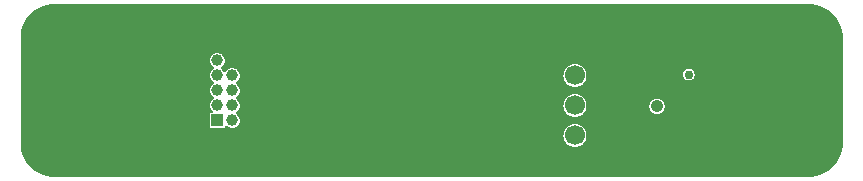
<source format=gbl>
G04*
G04 #@! TF.GenerationSoftware,Altium Limited,Altium Designer,22.10.1 (41)*
G04*
G04 Layer_Physical_Order=2*
G04 Layer_Color=16711680*
%FSLAX43Y43*%
%MOMM*%
G71*
G04*
G04 #@! TF.SameCoordinates,A06D47DE-3B52-4099-82B1-BC196321E02B*
G04*
G04*
G04 #@! TF.FilePolarity,Positive*
G04*
G01*
G75*
%ADD28C,7.400*%
%ADD29C,1.000*%
%ADD30R,1.000X1.000*%
%ADD31C,0.750*%
%ADD32C,1.050*%
%ADD33C,1.700*%
G04:AMPARAMS|DCode=34|XSize=1.7mm|YSize=1.7mm|CornerRadius=0.17mm|HoleSize=0mm|Usage=FLASHONLY|Rotation=180.000|XOffset=0mm|YOffset=0mm|HoleType=Round|Shape=RoundedRectangle|*
%AMROUNDEDRECTD34*
21,1,1.700,1.360,0,0,180.0*
21,1,1.360,1.700,0,0,180.0*
1,1,0.340,-0.680,0.680*
1,1,0.340,0.680,0.680*
1,1,0.340,0.680,-0.680*
1,1,0.340,-0.680,-0.680*
%
%ADD34ROUNDEDRECTD34*%
%ADD35C,0.600*%
G36*
X67547Y14748D02*
X67901Y14653D01*
X68239Y14513D01*
X68557Y14330D01*
X68848Y14107D01*
X69107Y13848D01*
X69330Y13557D01*
X69513Y13239D01*
X69653Y12901D01*
X69748Y12547D01*
X69796Y12183D01*
Y12000D01*
Y3000D01*
Y2817D01*
X69748Y2453D01*
X69653Y2099D01*
X69513Y1761D01*
X69330Y1443D01*
X69107Y1152D01*
X68848Y893D01*
X68557Y670D01*
X68239Y487D01*
X67901Y347D01*
X67547Y252D01*
X67183Y204D01*
X2817D01*
X2453Y252D01*
X2099Y347D01*
X1761Y487D01*
X1443Y670D01*
X1152Y893D01*
X893Y1152D01*
X670Y1443D01*
X487Y1761D01*
X347Y2099D01*
X252Y2453D01*
X204Y2817D01*
Y3000D01*
Y12000D01*
Y12183D01*
X252Y12547D01*
X347Y12901D01*
X487Y13239D01*
X670Y13557D01*
X893Y13848D01*
X1152Y14107D01*
X1443Y14330D01*
X1761Y14513D01*
X2099Y14653D01*
X2453Y14748D01*
X2817Y14796D01*
X67183D01*
X67547Y14748D01*
D02*
G37*
%LPC*%
G36*
X56802Y9344D02*
X56745D01*
X56690Y9337D01*
X56635Y9325D01*
X56582Y9306D01*
X56531Y9282D01*
X56484Y9252D01*
X56440Y9217D01*
X56400Y9177D01*
X56365Y9133D01*
X56335Y9086D01*
X56311Y9035D01*
X56292Y8982D01*
X56280Y8927D01*
X56273Y8872D01*
Y8815D01*
X56280Y8760D01*
X56292Y8705D01*
X56311Y8652D01*
X56335Y8601D01*
X56365Y8554D01*
X56400Y8510D01*
X56440Y8470D01*
X56484Y8435D01*
X56531Y8405D01*
X56582Y8381D01*
X56635Y8362D01*
X56690Y8350D01*
X56745Y8344D01*
X56802D01*
X56857Y8350D01*
X56912Y8362D01*
X56965Y8381D01*
X57016Y8405D01*
X57063Y8435D01*
X57107Y8470D01*
X57147Y8510D01*
X57182Y8554D01*
X57212Y8601D01*
X57236Y8652D01*
X57255Y8705D01*
X57267Y8760D01*
X57273Y8815D01*
Y8872D01*
X57267Y8927D01*
X57255Y8982D01*
X57236Y9035D01*
X57212Y9086D01*
X57182Y9133D01*
X57147Y9177D01*
X57107Y9217D01*
X57063Y9252D01*
X57016Y9282D01*
X56965Y9306D01*
X56912Y9325D01*
X56857Y9337D01*
X56802Y9344D01*
D02*
G37*
G36*
X47183Y9745D02*
X47097D01*
X47013Y9738D01*
X46929Y9723D01*
X46847Y9701D01*
X46767Y9672D01*
X46689Y9636D01*
X46616Y9593D01*
X46546Y9544D01*
X46481Y9490D01*
X46420Y9429D01*
X46366Y9364D01*
X46317Y9294D01*
X46274Y9221D01*
X46238Y9143D01*
X46209Y9063D01*
X46187Y8981D01*
X46172Y8897D01*
X46165Y8813D01*
Y8727D01*
X46172Y8643D01*
X46187Y8559D01*
X46209Y8477D01*
X46238Y8397D01*
X46274Y8319D01*
X46317Y8246D01*
X46366Y8176D01*
X46420Y8111D01*
X46481Y8050D01*
X46546Y7996D01*
X46616Y7947D01*
X46689Y7904D01*
X46767Y7868D01*
X46847Y7839D01*
X46929Y7817D01*
X47013Y7802D01*
X47097Y7795D01*
X47183D01*
X47267Y7802D01*
X47351Y7817D01*
X47433Y7839D01*
X47513Y7868D01*
X47591Y7904D01*
X47664Y7947D01*
X47734Y7996D01*
X47799Y8050D01*
X47860Y8111D01*
X47914Y8176D01*
X47963Y8246D01*
X48006Y8319D01*
X48042Y8397D01*
X48071Y8477D01*
X48093Y8559D01*
X48108Y8643D01*
X48115Y8727D01*
Y8813D01*
X48108Y8897D01*
X48093Y8981D01*
X48071Y9063D01*
X48042Y9143D01*
X48006Y9221D01*
X47963Y9294D01*
X47914Y9364D01*
X47860Y9429D01*
X47799Y9490D01*
X47734Y9544D01*
X47664Y9593D01*
X47591Y9636D01*
X47513Y9672D01*
X47433Y9701D01*
X47351Y9723D01*
X47267Y9738D01*
X47183Y9745D01*
D02*
G37*
G36*
X54118Y6806D02*
X54055D01*
X53991Y6800D01*
X53928Y6788D01*
X53867Y6769D01*
X53808Y6745D01*
X53752Y6715D01*
X53699Y6679D01*
X53649Y6639D01*
X53604Y6594D01*
X53564Y6544D01*
X53528Y6491D01*
X53498Y6435D01*
X53474Y6376D01*
X53455Y6315D01*
X53443Y6252D01*
X53437Y6188D01*
Y6125D01*
X53443Y6061D01*
X53455Y5998D01*
X53474Y5937D01*
X53498Y5878D01*
X53528Y5822D01*
X53564Y5769D01*
X53604Y5719D01*
X53649Y5674D01*
X53699Y5634D01*
X53752Y5598D01*
X53808Y5568D01*
X53867Y5544D01*
X53928Y5525D01*
X53991Y5513D01*
X54055Y5506D01*
X54118D01*
X54182Y5513D01*
X54245Y5525D01*
X54306Y5544D01*
X54365Y5568D01*
X54421Y5598D01*
X54474Y5634D01*
X54524Y5674D01*
X54569Y5719D01*
X54609Y5769D01*
X54645Y5822D01*
X54675Y5878D01*
X54699Y5937D01*
X54718Y5998D01*
X54730Y6061D01*
X54736Y6125D01*
Y6188D01*
X54730Y6252D01*
X54718Y6315D01*
X54699Y6376D01*
X54675Y6435D01*
X54645Y6491D01*
X54609Y6544D01*
X54569Y6594D01*
X54524Y6639D01*
X54474Y6679D01*
X54421Y6715D01*
X54365Y6745D01*
X54306Y6769D01*
X54245Y6788D01*
X54182Y6800D01*
X54118Y6806D01*
D02*
G37*
G36*
X47183Y7205D02*
X47097D01*
X47013Y7198D01*
X46929Y7183D01*
X46847Y7161D01*
X46767Y7132D01*
X46689Y7096D01*
X46616Y7053D01*
X46546Y7004D01*
X46481Y6950D01*
X46420Y6889D01*
X46366Y6824D01*
X46317Y6754D01*
X46274Y6681D01*
X46238Y6603D01*
X46209Y6523D01*
X46187Y6441D01*
X46172Y6357D01*
X46165Y6273D01*
Y6187D01*
X46172Y6103D01*
X46187Y6019D01*
X46209Y5937D01*
X46238Y5857D01*
X46274Y5779D01*
X46317Y5706D01*
X46366Y5636D01*
X46420Y5571D01*
X46481Y5510D01*
X46546Y5456D01*
X46616Y5407D01*
X46689Y5364D01*
X46767Y5328D01*
X46847Y5299D01*
X46929Y5277D01*
X47013Y5262D01*
X47097Y5255D01*
X47183D01*
X47267Y5262D01*
X47351Y5277D01*
X47433Y5299D01*
X47513Y5328D01*
X47591Y5364D01*
X47664Y5407D01*
X47734Y5456D01*
X47799Y5510D01*
X47860Y5571D01*
X47914Y5636D01*
X47963Y5706D01*
X48006Y5779D01*
X48042Y5857D01*
X48071Y5937D01*
X48093Y6019D01*
X48108Y6103D01*
X48115Y6187D01*
Y6273D01*
X48108Y6357D01*
X48093Y6441D01*
X48071Y6523D01*
X48042Y6603D01*
X48006Y6681D01*
X47963Y6754D01*
X47914Y6824D01*
X47860Y6889D01*
X47799Y6950D01*
X47734Y7004D01*
X47664Y7053D01*
X47591Y7096D01*
X47513Y7132D01*
X47433Y7161D01*
X47351Y7183D01*
X47267Y7198D01*
X47183Y7205D01*
D02*
G37*
G36*
X16900Y10665D02*
X16830D01*
X16760Y10657D01*
X16692Y10642D01*
X16625Y10618D01*
X16562Y10588D01*
X16503Y10551D01*
X16448Y10507D01*
X16398Y10457D01*
X16354Y10402D01*
X16317Y10343D01*
X16287Y10280D01*
X16263Y10213D01*
X16248Y10145D01*
X16240Y10075D01*
Y10005D01*
X16248Y9935D01*
X16263Y9867D01*
X16287Y9800D01*
X16317Y9737D01*
X16354Y9678D01*
X16398Y9623D01*
X16448Y9573D01*
X16503Y9529D01*
X16562Y9492D01*
X16573Y9487D01*
X16578Y9473D01*
Y9337D01*
X16573Y9323D01*
X16562Y9318D01*
X16503Y9281D01*
X16448Y9237D01*
X16398Y9187D01*
X16354Y9132D01*
X16317Y9073D01*
X16287Y9010D01*
X16263Y8943D01*
X16248Y8875D01*
X16240Y8805D01*
Y8735D01*
X16248Y8665D01*
X16263Y8597D01*
X16287Y8530D01*
X16317Y8467D01*
X16354Y8408D01*
X16398Y8353D01*
X16448Y8303D01*
X16503Y8259D01*
X16562Y8222D01*
X16573Y8217D01*
X16578Y8203D01*
Y8067D01*
X16573Y8053D01*
X16562Y8048D01*
X16503Y8011D01*
X16448Y7967D01*
X16398Y7917D01*
X16354Y7862D01*
X16317Y7803D01*
X16287Y7740D01*
X16263Y7673D01*
X16248Y7605D01*
X16240Y7535D01*
Y7465D01*
X16248Y7395D01*
X16263Y7327D01*
X16287Y7260D01*
X16317Y7197D01*
X16354Y7138D01*
X16398Y7083D01*
X16448Y7033D01*
X16503Y6989D01*
X16562Y6952D01*
X16573Y6947D01*
X16578Y6933D01*
Y6797D01*
X16573Y6783D01*
X16562Y6778D01*
X16503Y6741D01*
X16448Y6697D01*
X16398Y6647D01*
X16354Y6592D01*
X16317Y6533D01*
X16287Y6470D01*
X16263Y6403D01*
X16248Y6335D01*
X16240Y6265D01*
Y6195D01*
X16248Y6125D01*
X16263Y6057D01*
X16287Y5990D01*
X16317Y5927D01*
X16354Y5868D01*
X16398Y5813D01*
X16448Y5763D01*
X16483Y5735D01*
X16477Y5668D01*
X16435Y5585D01*
X16240D01*
Y4335D01*
X17490D01*
Y4530D01*
X17573Y4572D01*
X17640Y4578D01*
X17668Y4543D01*
X17718Y4493D01*
X17773Y4449D01*
X17832Y4412D01*
X17895Y4382D01*
X17962Y4358D01*
X18030Y4343D01*
X18100Y4335D01*
X18170D01*
X18240Y4343D01*
X18308Y4358D01*
X18375Y4382D01*
X18438Y4412D01*
X18497Y4449D01*
X18552Y4493D01*
X18602Y4543D01*
X18646Y4598D01*
X18683Y4657D01*
X18713Y4720D01*
X18737Y4787D01*
X18752Y4855D01*
X18760Y4925D01*
Y4995D01*
X18752Y5065D01*
X18737Y5133D01*
X18713Y5200D01*
X18683Y5263D01*
X18646Y5322D01*
X18602Y5377D01*
X18552Y5427D01*
X18497Y5471D01*
X18438Y5508D01*
X18427Y5513D01*
X18422Y5527D01*
Y5663D01*
X18427Y5677D01*
X18438Y5682D01*
X18497Y5719D01*
X18552Y5763D01*
X18602Y5813D01*
X18646Y5868D01*
X18683Y5927D01*
X18713Y5990D01*
X18737Y6057D01*
X18752Y6125D01*
X18760Y6195D01*
Y6265D01*
X18752Y6335D01*
X18737Y6403D01*
X18713Y6470D01*
X18683Y6533D01*
X18646Y6592D01*
X18602Y6647D01*
X18552Y6697D01*
X18497Y6741D01*
X18438Y6778D01*
X18427Y6783D01*
X18422Y6797D01*
Y6933D01*
X18427Y6947D01*
X18438Y6952D01*
X18497Y6989D01*
X18552Y7033D01*
X18602Y7083D01*
X18646Y7138D01*
X18683Y7197D01*
X18713Y7260D01*
X18737Y7327D01*
X18752Y7395D01*
X18760Y7465D01*
Y7535D01*
X18752Y7605D01*
X18737Y7673D01*
X18713Y7740D01*
X18683Y7803D01*
X18646Y7862D01*
X18602Y7917D01*
X18552Y7967D01*
X18497Y8011D01*
X18438Y8048D01*
X18427Y8053D01*
X18422Y8067D01*
Y8203D01*
X18427Y8217D01*
X18438Y8222D01*
X18497Y8259D01*
X18552Y8303D01*
X18602Y8353D01*
X18646Y8408D01*
X18683Y8467D01*
X18713Y8530D01*
X18737Y8597D01*
X18752Y8665D01*
X18760Y8735D01*
Y8805D01*
X18752Y8875D01*
X18737Y8943D01*
X18713Y9010D01*
X18683Y9073D01*
X18646Y9132D01*
X18602Y9187D01*
X18552Y9237D01*
X18497Y9281D01*
X18438Y9318D01*
X18375Y9348D01*
X18308Y9372D01*
X18240Y9387D01*
X18170Y9395D01*
X18100D01*
X18030Y9387D01*
X17962Y9372D01*
X17895Y9348D01*
X17832Y9318D01*
X17773Y9281D01*
X17718Y9237D01*
X17668Y9187D01*
X17624Y9132D01*
X17587Y9073D01*
X17582Y9062D01*
X17568Y9057D01*
X17432D01*
X17418Y9062D01*
X17413Y9073D01*
X17376Y9132D01*
X17332Y9187D01*
X17282Y9237D01*
X17227Y9281D01*
X17168Y9318D01*
X17157Y9323D01*
X17152Y9337D01*
Y9473D01*
X17157Y9487D01*
X17168Y9492D01*
X17227Y9529D01*
X17282Y9573D01*
X17332Y9623D01*
X17376Y9678D01*
X17413Y9737D01*
X17443Y9800D01*
X17467Y9867D01*
X17482Y9935D01*
X17490Y10005D01*
Y10075D01*
X17482Y10145D01*
X17467Y10213D01*
X17443Y10280D01*
X17413Y10343D01*
X17376Y10402D01*
X17332Y10457D01*
X17282Y10507D01*
X17227Y10551D01*
X17168Y10588D01*
X17105Y10618D01*
X17038Y10642D01*
X16970Y10657D01*
X16900Y10665D01*
D02*
G37*
G36*
X47183Y4665D02*
X47097D01*
X47013Y4658D01*
X46929Y4643D01*
X46847Y4621D01*
X46767Y4592D01*
X46689Y4556D01*
X46616Y4513D01*
X46546Y4464D01*
X46481Y4410D01*
X46420Y4349D01*
X46366Y4284D01*
X46317Y4214D01*
X46274Y4141D01*
X46238Y4063D01*
X46209Y3983D01*
X46187Y3901D01*
X46172Y3817D01*
X46165Y3733D01*
Y3647D01*
X46172Y3563D01*
X46187Y3479D01*
X46209Y3397D01*
X46238Y3317D01*
X46274Y3239D01*
X46317Y3166D01*
X46366Y3096D01*
X46420Y3031D01*
X46481Y2970D01*
X46546Y2916D01*
X46616Y2867D01*
X46689Y2824D01*
X46767Y2788D01*
X46847Y2759D01*
X46929Y2737D01*
X47013Y2722D01*
X47097Y2715D01*
X47183D01*
X47267Y2722D01*
X47351Y2737D01*
X47433Y2759D01*
X47513Y2788D01*
X47591Y2824D01*
X47664Y2867D01*
X47734Y2916D01*
X47799Y2970D01*
X47860Y3031D01*
X47914Y3096D01*
X47963Y3166D01*
X48006Y3239D01*
X48042Y3317D01*
X48071Y3397D01*
X48093Y3479D01*
X48108Y3563D01*
X48115Y3647D01*
Y3733D01*
X48108Y3817D01*
X48093Y3901D01*
X48071Y3983D01*
X48042Y4063D01*
X48006Y4141D01*
X47963Y4214D01*
X47914Y4284D01*
X47860Y4349D01*
X47799Y4410D01*
X47734Y4464D01*
X47664Y4513D01*
X47591Y4556D01*
X47513Y4592D01*
X47433Y4621D01*
X47351Y4643D01*
X47267Y4658D01*
X47183Y4665D01*
D02*
G37*
%LPD*%
D28*
X5000Y7500D02*
D03*
X65000D02*
D03*
D29*
X16865Y8770D02*
D03*
Y7500D02*
D03*
X18135Y8770D02*
D03*
Y7500D02*
D03*
X16865Y10040D02*
D03*
X18135D02*
D03*
X16865Y6230D02*
D03*
X18135D02*
D03*
Y4960D02*
D03*
D30*
X16865D02*
D03*
D31*
X56773Y8844D02*
D03*
D32*
X54086Y6156D02*
D03*
D33*
X47140Y3690D02*
D03*
Y6230D02*
D03*
Y8770D02*
D03*
D34*
Y11310D02*
D03*
D35*
X13150Y3350D02*
D03*
Y5350D02*
D03*
Y7350D02*
D03*
Y11350D02*
D03*
Y9350D02*
D03*
X69500Y4000D02*
D03*
Y3000D02*
D03*
Y5000D02*
D03*
Y7000D02*
D03*
Y6000D02*
D03*
Y10000D02*
D03*
Y11000D02*
D03*
Y9000D02*
D03*
Y8000D02*
D03*
Y12000D02*
D03*
X500D02*
D03*
Y8000D02*
D03*
Y9000D02*
D03*
Y11000D02*
D03*
Y10000D02*
D03*
Y6000D02*
D03*
Y7000D02*
D03*
Y5000D02*
D03*
Y3000D02*
D03*
Y4000D02*
D03*
X19250Y12100D02*
D03*
X22250D02*
D03*
X25250D02*
D03*
X31250D02*
D03*
X28250D02*
D03*
X34250D02*
D03*
X37250D02*
D03*
X43250D02*
D03*
X40250D02*
D03*
X20350Y10050D02*
D03*
X23350D02*
D03*
X26350D02*
D03*
X32350D02*
D03*
X29350D02*
D03*
X35350D02*
D03*
X38350D02*
D03*
X44350D02*
D03*
X41350D02*
D03*
X21000Y7850D02*
D03*
X24000D02*
D03*
X27000D02*
D03*
X33000D02*
D03*
X30000D02*
D03*
X36000D02*
D03*
X39000D02*
D03*
X45000D02*
D03*
X42000D02*
D03*
X40200Y4200D02*
D03*
X43200D02*
D03*
X37200D02*
D03*
X34200D02*
D03*
X28200D02*
D03*
X31200D02*
D03*
X25200D02*
D03*
X22200D02*
D03*
X19200D02*
D03*
X55950Y3250D02*
D03*
X50450Y1750D02*
D03*
X49450D02*
D03*
X4000Y500D02*
D03*
X5000D02*
D03*
X7000D02*
D03*
X6000D02*
D03*
X10000D02*
D03*
X11000D02*
D03*
X9000D02*
D03*
X8000D02*
D03*
X14000D02*
D03*
X15000D02*
D03*
X13000D02*
D03*
X12000D02*
D03*
X18000D02*
D03*
X19000D02*
D03*
X17000D02*
D03*
X16000D02*
D03*
X22000D02*
D03*
X23000D02*
D03*
X21000D02*
D03*
X20000D02*
D03*
X26000D02*
D03*
X27000D02*
D03*
X25000D02*
D03*
X24000D02*
D03*
X30000D02*
D03*
X31000D02*
D03*
X29000D02*
D03*
X28000D02*
D03*
X34000D02*
D03*
X35000D02*
D03*
X33000D02*
D03*
X32000D02*
D03*
X38000D02*
D03*
X39000D02*
D03*
X37000D02*
D03*
X36000D02*
D03*
X42000D02*
D03*
X43000D02*
D03*
X41000D02*
D03*
X40000D02*
D03*
X54168D02*
D03*
X55168D02*
D03*
X58168D02*
D03*
X59168D02*
D03*
X57168D02*
D03*
X56168D02*
D03*
X62168D02*
D03*
X63168D02*
D03*
X61168D02*
D03*
X60168D02*
D03*
X66168D02*
D03*
X65168D02*
D03*
X64168D02*
D03*
Y14500D02*
D03*
X65168D02*
D03*
X66168D02*
D03*
X60168D02*
D03*
X61168D02*
D03*
X63168D02*
D03*
X62168D02*
D03*
X56168D02*
D03*
X57168D02*
D03*
X59168D02*
D03*
X58168D02*
D03*
X52168D02*
D03*
X53168D02*
D03*
X55168D02*
D03*
X54168D02*
D03*
X48000D02*
D03*
X49000D02*
D03*
X51000D02*
D03*
X50000D02*
D03*
X44000D02*
D03*
X45000D02*
D03*
X47000D02*
D03*
X46000D02*
D03*
X40000D02*
D03*
X41000D02*
D03*
X43000D02*
D03*
X42000D02*
D03*
X36000D02*
D03*
X37000D02*
D03*
X39000D02*
D03*
X38000D02*
D03*
X32000D02*
D03*
X33000D02*
D03*
X35000D02*
D03*
X34000D02*
D03*
X28000D02*
D03*
X29000D02*
D03*
X31000D02*
D03*
X30000D02*
D03*
X24000D02*
D03*
X25000D02*
D03*
X27000D02*
D03*
X26000D02*
D03*
X20000D02*
D03*
X21000D02*
D03*
X23000D02*
D03*
X22000D02*
D03*
X16000D02*
D03*
X17000D02*
D03*
X19000D02*
D03*
X18000D02*
D03*
X12000D02*
D03*
X13000D02*
D03*
X15000D02*
D03*
X14000D02*
D03*
X8000D02*
D03*
X9000D02*
D03*
X11000D02*
D03*
X10000D02*
D03*
X6000D02*
D03*
X7000D02*
D03*
X5000D02*
D03*
X4000D02*
D03*
X57235Y11419D02*
D03*
X59353Y9308D02*
D03*
X53607Y3563D02*
D03*
X51489Y5674D02*
D03*
X50465Y4195D02*
D03*
X52599Y2856D02*
D03*
X57303Y5640D02*
D03*
X50362Y11418D02*
D03*
X52411Y13368D02*
D03*
X61269Y4376D02*
D03*
M02*

</source>
